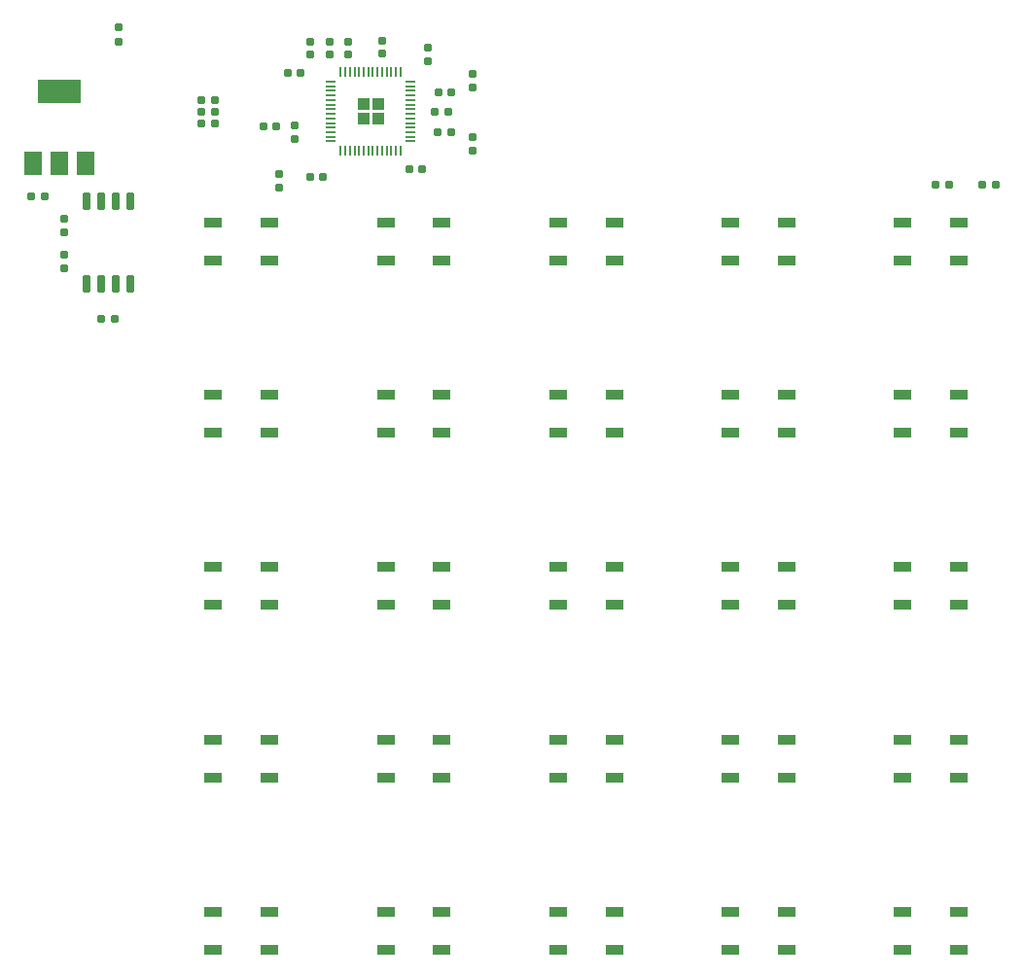
<source format=gtp>
%TF.GenerationSoftware,KiCad,Pcbnew,(6.0.8)*%
%TF.CreationDate,2023-01-27T01:53:05-07:00*%
%TF.ProjectId,Panel,50616e65-6c2e-46b6-9963-61645f706362,rev?*%
%TF.SameCoordinates,Original*%
%TF.FileFunction,Paste,Top*%
%TF.FilePolarity,Positive*%
%FSLAX46Y46*%
G04 Gerber Fmt 4.6, Leading zero omitted, Abs format (unit mm)*
G04 Created by KiCad (PCBNEW (6.0.8)) date 2023-01-27 01:53:05*
%MOMM*%
%LPD*%
G01*
G04 APERTURE LIST*
G04 Aperture macros list*
%AMRoundRect*
0 Rectangle with rounded corners*
0 $1 Rounding radius*
0 $2 $3 $4 $5 $6 $7 $8 $9 X,Y pos of 4 corners*
0 Add a 4 corners polygon primitive as box body*
4,1,4,$2,$3,$4,$5,$6,$7,$8,$9,$2,$3,0*
0 Add four circle primitives for the rounded corners*
1,1,$1+$1,$2,$3*
1,1,$1+$1,$4,$5*
1,1,$1+$1,$6,$7*
1,1,$1+$1,$8,$9*
0 Add four rect primitives between the rounded corners*
20,1,$1+$1,$2,$3,$4,$5,0*
20,1,$1+$1,$4,$5,$6,$7,0*
20,1,$1+$1,$6,$7,$8,$9,0*
20,1,$1+$1,$8,$9,$2,$3,0*%
G04 Aperture macros list end*
%ADD10R,1.500000X0.900000*%
%ADD11R,1.500000X2.000000*%
%ADD12R,3.800000X2.000000*%
%ADD13RoundRect,0.150000X0.150000X-0.650000X0.150000X0.650000X-0.150000X0.650000X-0.150000X-0.650000X0*%
%ADD14RoundRect,0.160000X0.197500X0.160000X-0.197500X0.160000X-0.197500X-0.160000X0.197500X-0.160000X0*%
%ADD15RoundRect,0.160000X-0.160000X0.197500X-0.160000X-0.197500X0.160000X-0.197500X0.160000X0.197500X0*%
%ADD16RoundRect,0.155000X-0.155000X0.212500X-0.155000X-0.212500X0.155000X-0.212500X0.155000X0.212500X0*%
%ADD17RoundRect,0.155000X0.155000X-0.212500X0.155000X0.212500X-0.155000X0.212500X-0.155000X-0.212500X0*%
%ADD18RoundRect,0.155000X0.212500X0.155000X-0.212500X0.155000X-0.212500X-0.155000X0.212500X-0.155000X0*%
%ADD19RoundRect,0.155000X-0.212500X-0.155000X0.212500X-0.155000X0.212500X0.155000X-0.212500X0.155000X0*%
%ADD20RoundRect,0.160000X0.160000X-0.197500X0.160000X0.197500X-0.160000X0.197500X-0.160000X-0.197500X0*%
%ADD21RoundRect,0.250000X0.292217X-0.292217X0.292217X0.292217X-0.292217X0.292217X-0.292217X-0.292217X0*%
%ADD22RoundRect,0.050000X0.050000X-0.387500X0.050000X0.387500X-0.050000X0.387500X-0.050000X-0.387500X0*%
%ADD23RoundRect,0.050000X0.387500X-0.050000X0.387500X0.050000X-0.387500X0.050000X-0.387500X-0.050000X0*%
%ADD24RoundRect,0.160000X-0.197500X-0.160000X0.197500X-0.160000X0.197500X0.160000X-0.197500X0.160000X0*%
G04 APERTURE END LIST*
D10*
%TO.C,D23*%
X157550000Y-83350000D03*
X157550000Y-86650000D03*
X162450000Y-86650000D03*
X162450000Y-83350000D03*
%TD*%
%TO.C,D18*%
X142550000Y-83350000D03*
X142550000Y-86650000D03*
X147450000Y-86650000D03*
X147450000Y-83350000D03*
%TD*%
%TO.C,D13*%
X127550000Y-83350000D03*
X127550000Y-86650000D03*
X132450000Y-86650000D03*
X132450000Y-83350000D03*
%TD*%
%TO.C,D7*%
X112550000Y-83350000D03*
X112550000Y-86650000D03*
X117450000Y-86650000D03*
X117450000Y-83350000D03*
%TD*%
%TO.C,D2*%
X102450000Y-83350000D03*
X102450000Y-86650000D03*
X97550000Y-86650000D03*
X97550000Y-83350000D03*
%TD*%
%TO.C,D25*%
X157550000Y-113350000D03*
X157550000Y-116650000D03*
X162450000Y-116650000D03*
X162450000Y-113350000D03*
%TD*%
%TO.C,D20*%
X142550000Y-113350000D03*
X142550000Y-116650000D03*
X147450000Y-116650000D03*
X147450000Y-113350000D03*
%TD*%
%TO.C,D15*%
X127550000Y-113350000D03*
X127550000Y-116650000D03*
X132450000Y-116650000D03*
X132450000Y-113350000D03*
%TD*%
%TO.C,D9*%
X112550000Y-113350000D03*
X112550000Y-116650000D03*
X117450000Y-116650000D03*
X117450000Y-113350000D03*
%TD*%
%TO.C,D4*%
X102450000Y-113350000D03*
X102450000Y-116650000D03*
X97550000Y-116650000D03*
X97550000Y-113350000D03*
%TD*%
D11*
%TO.C,U3*%
X81850200Y-63195600D03*
X84150200Y-63195600D03*
D12*
X84150200Y-56895600D03*
D11*
X86450200Y-63195600D03*
%TD*%
D10*
%TO.C,D5*%
X97550000Y-128350000D03*
X97550000Y-131650000D03*
X102450000Y-131650000D03*
X102450000Y-128350000D03*
%TD*%
D13*
%TO.C,U1*%
X86487000Y-73704000D03*
X87757000Y-73704000D03*
X89027000Y-73704000D03*
X90297000Y-73704000D03*
X90297000Y-66504000D03*
X89027000Y-66504000D03*
X87757000Y-66504000D03*
X86487000Y-66504000D03*
%TD*%
D10*
%TO.C,D1*%
X97550000Y-68350000D03*
X97550000Y-71650000D03*
X102450000Y-71650000D03*
X102450000Y-68350000D03*
%TD*%
D14*
%TO.C,R9*%
X165697500Y-65015626D03*
X164502500Y-65015626D03*
%TD*%
D10*
%TO.C,D12*%
X127550000Y-68350000D03*
X127550000Y-71650000D03*
X132450000Y-71650000D03*
X132450000Y-68350000D03*
%TD*%
%TO.C,D19*%
X142550000Y-98350000D03*
X142550000Y-101650000D03*
X147450000Y-101650000D03*
X147450000Y-98350000D03*
%TD*%
D15*
%TO.C,R2*%
X116230400Y-53123500D03*
X116230400Y-54318500D03*
%TD*%
D10*
%TO.C,D21*%
X142550000Y-128350000D03*
X142550000Y-131650000D03*
X147450000Y-131650000D03*
X147450000Y-128350000D03*
%TD*%
D16*
%TO.C,C10*%
X120091200Y-60900500D03*
X120091200Y-62035500D03*
%TD*%
D10*
%TO.C,D3*%
X97550000Y-98350000D03*
X97550000Y-101650000D03*
X102450000Y-101650000D03*
X102450000Y-98350000D03*
%TD*%
D14*
%TO.C,R10*%
X161633500Y-65015626D03*
X160438500Y-65015626D03*
%TD*%
D16*
%TO.C,C11*%
X120091200Y-55414100D03*
X120091200Y-56549100D03*
%TD*%
D10*
%TO.C,D16*%
X127550000Y-128350000D03*
X127550000Y-131650000D03*
X132450000Y-131650000D03*
X132450000Y-128350000D03*
%TD*%
D17*
%TO.C,C7*%
X109270800Y-53704300D03*
X109270800Y-52569300D03*
%TD*%
D18*
%TO.C,C5*%
X107120500Y-64389000D03*
X105985500Y-64389000D03*
%TD*%
D15*
%TO.C,R7*%
X89276871Y-51362500D03*
X89276871Y-52557500D03*
%TD*%
D10*
%TO.C,D26*%
X157550000Y-128350000D03*
X157550000Y-131650000D03*
X162450000Y-131650000D03*
X162450000Y-128350000D03*
%TD*%
D19*
%TO.C,C12*%
X114621500Y-63677800D03*
X115756500Y-63677800D03*
%TD*%
D10*
%TO.C,D17*%
X142550000Y-68350000D03*
X142550000Y-71650000D03*
X147450000Y-71650000D03*
X147450000Y-68350000D03*
%TD*%
D14*
%TO.C,R8*%
X118301100Y-60502800D03*
X117106100Y-60502800D03*
%TD*%
D20*
%TO.C,R3*%
X103275000Y-65322500D03*
X103275000Y-64127500D03*
%TD*%
D18*
%TO.C,C3*%
X105150657Y-55321200D03*
X104015657Y-55321200D03*
%TD*%
D19*
%TO.C,C2*%
X117136100Y-56997600D03*
X118271100Y-56997600D03*
%TD*%
D10*
%TO.C,D8*%
X112550000Y-98350000D03*
X112550000Y-101650000D03*
X117450000Y-101650000D03*
X117450000Y-98350000D03*
%TD*%
%TO.C,D14*%
X127550000Y-98350000D03*
X127550000Y-101650000D03*
X132450000Y-101650000D03*
X132450000Y-98350000D03*
%TD*%
D16*
%TO.C,C13*%
X84526188Y-68012500D03*
X84526188Y-69147500D03*
%TD*%
D17*
%TO.C,C6*%
X106019600Y-53704300D03*
X106019600Y-52569300D03*
%TD*%
D21*
%TO.C,U2*%
X110602472Y-58028000D03*
X111877472Y-59303000D03*
X110602472Y-59303000D03*
X111877472Y-58028000D03*
D22*
X108639972Y-62103000D03*
X109039972Y-62103000D03*
X109439972Y-62103000D03*
X109839972Y-62103000D03*
X110239972Y-62103000D03*
X110639972Y-62103000D03*
X111039972Y-62103000D03*
X111439972Y-62103000D03*
X111839972Y-62103000D03*
X112239972Y-62103000D03*
X112639972Y-62103000D03*
X113039972Y-62103000D03*
X113439972Y-62103000D03*
X113839972Y-62103000D03*
D23*
X114677472Y-61265500D03*
X114677472Y-60865500D03*
X114677472Y-60465500D03*
X114677472Y-60065500D03*
X114677472Y-59665500D03*
X114677472Y-59265500D03*
X114677472Y-58865500D03*
X114677472Y-58465500D03*
X114677472Y-58065500D03*
X114677472Y-57665500D03*
X114677472Y-57265500D03*
X114677472Y-56865500D03*
X114677472Y-56465500D03*
X114677472Y-56065500D03*
D22*
X113839972Y-55228000D03*
X113439972Y-55228000D03*
X113039972Y-55228000D03*
X112639972Y-55228000D03*
X112239972Y-55228000D03*
X111839972Y-55228000D03*
X111439972Y-55228000D03*
X111039972Y-55228000D03*
X110639972Y-55228000D03*
X110239972Y-55228000D03*
X109839972Y-55228000D03*
X109439972Y-55228000D03*
X109039972Y-55228000D03*
X108639972Y-55228000D03*
D23*
X107802472Y-56065500D03*
X107802472Y-56465500D03*
X107802472Y-56865500D03*
X107802472Y-57265500D03*
X107802472Y-57665500D03*
X107802472Y-58065500D03*
X107802472Y-58465500D03*
X107802472Y-58865500D03*
X107802472Y-59265500D03*
X107802472Y-59665500D03*
X107802472Y-60065500D03*
X107802472Y-60465500D03*
X107802472Y-60865500D03*
X107802472Y-61265500D03*
%TD*%
D14*
%TO.C,R1*%
X88989500Y-76708000D03*
X87794500Y-76708000D03*
%TD*%
D17*
%TO.C,C8*%
X112217200Y-53602700D03*
X112217200Y-52467700D03*
%TD*%
D10*
%TO.C,D6*%
X112550000Y-68350000D03*
X112550000Y-71650000D03*
X117450000Y-71650000D03*
X117450000Y-68350000D03*
%TD*%
D17*
%TO.C,C15*%
X107645200Y-53704300D03*
X107645200Y-52569300D03*
%TD*%
D14*
%TO.C,R5*%
X97701700Y-57683400D03*
X96506700Y-57683400D03*
%TD*%
D10*
%TO.C,D22*%
X157550000Y-68350000D03*
X157550000Y-71650000D03*
X162450000Y-71650000D03*
X162450000Y-68350000D03*
%TD*%
D16*
%TO.C,C4*%
X84531200Y-71144200D03*
X84531200Y-72279200D03*
%TD*%
D18*
%TO.C,C9*%
X103056500Y-59944000D03*
X101921500Y-59944000D03*
%TD*%
%TO.C,C16*%
X82840588Y-66022100D03*
X81705588Y-66022100D03*
%TD*%
D16*
%TO.C,C1*%
X104648000Y-59884500D03*
X104648000Y-61019500D03*
%TD*%
D19*
%TO.C,C14*%
X116831300Y-58674000D03*
X117966300Y-58674000D03*
%TD*%
D10*
%TO.C,D24*%
X157550000Y-98350000D03*
X157550000Y-101650000D03*
X162450000Y-101650000D03*
X162450000Y-98350000D03*
%TD*%
%TO.C,D10*%
X112550000Y-128350000D03*
X112550000Y-131650000D03*
X117450000Y-131650000D03*
X117450000Y-128350000D03*
%TD*%
D24*
%TO.C,R6*%
X96506700Y-59664600D03*
X97701700Y-59664600D03*
%TD*%
D14*
%TO.C,R4*%
X97701700Y-58674000D03*
X96506700Y-58674000D03*
%TD*%
M02*

</source>
